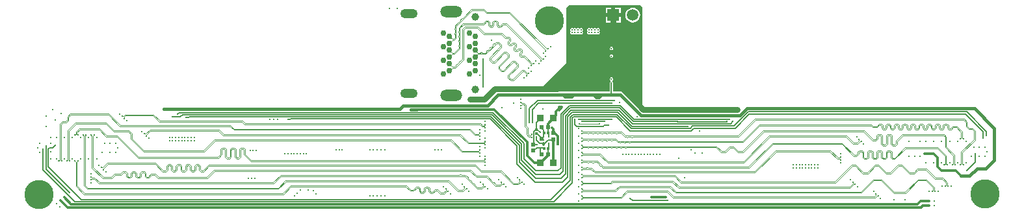
<source format=gbl>
%FSLAX44Y44*%
%MOMM*%
G71*
G01*
G75*
G04 Layer_Physical_Order=4*
G04 Layer_Color=16711680*
%ADD10R,1.8000X1.1500*%
%ADD11R,3.6000X1.2000*%
%ADD12R,0.9000X0.8000*%
G04:AMPARAMS|DCode=13|XSize=0.9mm|YSize=0.8mm|CornerRadius=0mm|HoleSize=0mm|Usage=FLASHONLY|Rotation=225.000|XOffset=0mm|YOffset=0mm|HoleType=Round|Shape=Rectangle|*
%AMROTATEDRECTD13*
4,1,4,0.0354,0.6010,0.6010,0.0354,-0.0354,-0.6010,-0.6010,-0.0354,0.0354,0.6010,0.0*
%
%ADD13ROTATEDRECTD13*%

%ADD14O,0.8500X0.2500*%
%ADD15O,0.2500X0.8500*%
%ADD16R,5.1500X5.1500*%
%ADD17R,0.6200X0.6200*%
%ADD18R,0.6200X0.6200*%
%ADD19C,0.1714*%
G04:AMPARAMS|DCode=20|XSize=0.65mm|YSize=0.55mm|CornerRadius=0mm|HoleSize=0mm|Usage=FLASHONLY|Rotation=45.000|XOffset=0mm|YOffset=0mm|HoleType=Round|Shape=Rectangle|*
%AMROTATEDRECTD20*
4,1,4,-0.0354,-0.4243,-0.4243,-0.0354,0.0354,0.4243,0.4243,0.0354,-0.0354,-0.4243,0.0*
%
%ADD20ROTATEDRECTD20*%

G04:AMPARAMS|DCode=21|XSize=0.65mm|YSize=0.55mm|CornerRadius=0mm|HoleSize=0mm|Usage=FLASHONLY|Rotation=315.000|XOffset=0mm|YOffset=0mm|HoleType=Round|Shape=Rectangle|*
%AMROTATEDRECTD21*
4,1,4,-0.4243,0.0354,-0.0354,0.4243,0.4243,-0.0354,0.0354,-0.4243,-0.4243,0.0354,0.0*
%
%ADD21ROTATEDRECTD21*%

%ADD22C,1.5000*%
%ADD23R,0.6500X0.5500*%
%ADD24R,0.4600X0.4200*%
%ADD25R,0.4500X0.6500*%
%ADD26R,0.4500X0.7000*%
%ADD27R,0.6500X0.4500*%
%ADD28R,0.7000X0.4500*%
%ADD29R,0.4500X0.4500*%
%ADD30R,0.5500X0.6500*%
%ADD31R,0.3300X0.5500*%
%ADD32R,0.5500X0.3300*%
%ADD33R,0.1800X0.4700*%
%ADD34R,0.8000X0.3500*%
%ADD35R,0.3000X1.0000*%
%ADD36R,0.6000X1.0000*%
%ADD37R,0.6500X0.7500*%
G04:AMPARAMS|DCode=38|XSize=0.42mm|YSize=0.46mm|CornerRadius=0mm|HoleSize=0mm|Usage=FLASHONLY|Rotation=135.000|XOffset=0mm|YOffset=0mm|HoleType=Round|Shape=Rectangle|*
%AMROTATEDRECTD38*
4,1,4,0.3111,0.0141,-0.0141,-0.3111,-0.3111,-0.0141,0.0141,0.3111,0.3111,0.0141,0.0*
%
%ADD38ROTATEDRECTD38*%

%ADD39R,0.4200X0.4600*%
%ADD40P,0.6364X4X270.0*%
%ADD41R,0.4500X0.4500*%
%ADD42P,0.8768X4X270.0*%
%ADD43P,0.8768X4X360.0*%
%ADD44P,0.6364X4X180.0*%
%ADD45R,1.2700X2.2000*%
%ADD46R,1.0000X0.9500*%
%ADD47R,0.8000X0.3000*%
%ADD48R,1.9000X1.1000*%
%ADD49R,0.3000X1.6000*%
%ADD50R,3.7000X2.4000*%
%ADD51R,1.1500X1.4500*%
%ADD52R,0.9000X1.0000*%
G04:AMPARAMS|DCode=53|XSize=1mm|YSize=0.9mm|CornerRadius=0mm|HoleSize=0mm|Usage=FLASHONLY|Rotation=45.000|XOffset=0mm|YOffset=0mm|HoleType=Round|Shape=Rectangle|*
%AMROTATEDRECTD53*
4,1,4,-0.0354,-0.6717,-0.6717,-0.0354,0.0354,0.6717,0.6717,0.0354,-0.0354,-0.6717,0.0*
%
%ADD53ROTATEDRECTD53*%

G04:AMPARAMS|DCode=54|XSize=2.2mm|YSize=1.27mm|CornerRadius=0mm|HoleSize=0mm|Usage=FLASHONLY|Rotation=135.000|XOffset=0mm|YOffset=0mm|HoleType=Round|Shape=Rectangle|*
%AMROTATEDRECTD54*
4,1,4,1.2268,-0.3288,0.3288,-1.2268,-1.2268,0.3288,-0.3288,1.2268,1.2268,-0.3288,0.0*
%
%ADD54ROTATEDRECTD54*%

G04:AMPARAMS|DCode=55|XSize=1mm|YSize=0.9mm|CornerRadius=0mm|HoleSize=0mm|Usage=FLASHONLY|Rotation=135.000|XOffset=0mm|YOffset=0mm|HoleType=Round|Shape=Rectangle|*
%AMROTATEDRECTD55*
4,1,4,0.6717,-0.0354,0.0354,-0.6717,-0.6717,0.0354,-0.0354,0.6717,0.6717,-0.0354,0.0*
%
%ADD55ROTATEDRECTD55*%

G04:AMPARAMS|DCode=56|XSize=0.25mm|YSize=0.8mm|CornerRadius=0mm|HoleSize=0mm|Usage=FLASHONLY|Rotation=315.000|XOffset=0mm|YOffset=0mm|HoleType=Round|Shape=Round|*
%AMOVALD56*
21,1,0.5500,0.2500,0.0000,0.0000,45.0*
1,1,0.2500,-0.1945,-0.1945*
1,1,0.2500,0.1945,0.1945*
%
%ADD56OVALD56*%

G04:AMPARAMS|DCode=57|XSize=0.25mm|YSize=0.8mm|CornerRadius=0mm|HoleSize=0mm|Usage=FLASHONLY|Rotation=225.000|XOffset=0mm|YOffset=0mm|HoleType=Round|Shape=Round|*
%AMOVALD57*
21,1,0.5500,0.2500,0.0000,0.0000,315.0*
1,1,0.2500,-0.1945,0.1945*
1,1,0.2500,0.1945,-0.1945*
%
%ADD57OVALD57*%

%ADD58P,3.4648X4X270.0*%
%ADD59R,1.0000X0.9000*%
%ADD60R,0.2500X0.7000*%
%ADD61R,1.5500X0.8500*%
%ADD62R,0.2000X0.7500*%
%ADD63R,0.9600X0.8900*%
%ADD64R,1.0500X0.6500*%
%ADD65R,1.4500X1.1500*%
%ADD66R,0.7500X0.6500*%
%ADD67C,0.5000*%
%ADD68C,0.2000*%
%ADD69C,0.1270*%
%ADD70C,0.1000*%
%ADD71C,0.3000*%
%ADD72C,0.4000*%
%ADD73C,0.0762*%
%ADD74C,1.2000*%
%ADD75C,1.0000*%
%ADD76C,0.7500*%
%ADD77C,0.2500*%
%ADD78C,0.1250*%
%ADD79C,0.1524*%
%ADD80C,0.1800*%
%ADD81C,0.1500*%
%ADD82C,0.1520*%
%ADD83C,0.1750*%
%ADD84R,1.6000X0.8000*%
%ADD85R,1.3250X1.0500*%
%ADD86R,0.7976X0.7976*%
%ADD87R,0.8000X0.3000*%
%ADD88C,3.8000*%
%ADD89O,2.2500X1.2000*%
%ADD90O,2.8500X1.4500*%
%ADD91C,0.7500*%
%ADD92C,1.0000*%
%ADD93R,1.5000X1.5000*%
%ADD94C,0.3000*%
%ADD95C,0.2500*%
%ADD96C,0.6000*%
%ADD97O,2.0400X1.0000*%
%ADD98O,2.6500X1.2000*%
%ADD99C,0.8500*%
%ADD100C,1.3000*%
%ADD101C,1.2000*%
%ADD102C,0.4500*%
%ADD103C,0.4000*%
%ADD104R,0.8900X0.9600*%
%ADD105R,0.3600X0.3200*%
%ADD106R,0.3200X0.3600*%
%ADD107R,0.5200X0.5200*%
%ADD108R,0.5200X0.5200*%
%ADD109R,0.6250X0.6000*%
G36*
X808000Y266000D02*
Y166618D01*
D01*
Y156000D01*
X808000Y138000D01*
X799000D01*
X781000Y156000D01*
X770195Y156000D01*
X769297Y156898D01*
Y166118D01*
X769632Y166618D01*
X769807Y167501D01*
X769632Y168384D01*
X769132Y169132D01*
X768912Y169279D01*
Y170723D01*
X769132Y170870D01*
X769632Y171618D01*
X769807Y172501D01*
X769632Y173384D01*
X769132Y174132D01*
X768384Y174632D01*
X767501Y174807D01*
X766618Y174632D01*
X765870Y174132D01*
X765370Y173384D01*
X765195Y172501D01*
X765370Y171618D01*
X765870Y170870D01*
X766090Y170723D01*
Y169279D01*
X765870Y169132D01*
X765370Y168384D01*
X765195Y167501D01*
X765370Y166618D01*
X765704Y166118D01*
Y156000D01*
X674000Y156000D01*
X674000Y159000D01*
X709000Y194000D01*
X709000Y266000D01*
X712000Y269000D01*
X805000Y269000D01*
X808000Y266000D01*
D02*
G37*
%LPC*%
G36*
X728000Y239306D02*
X727117Y239131D01*
X726369Y238631D01*
X725631D01*
X724883Y239131D01*
X724000Y239306D01*
X723117Y239131D01*
X722369Y238631D01*
X721631D01*
X720883Y239131D01*
X720000Y239306D01*
X719117Y239131D01*
X718369Y238631D01*
X717631D01*
X716883Y239131D01*
X716000Y239306D01*
X715117Y239131D01*
X714369Y238631D01*
X713869Y237883D01*
X713694Y237000D01*
X713869Y236117D01*
X714369Y235369D01*
Y234631D01*
X713869Y233883D01*
X713694Y233000D01*
X713869Y232117D01*
X714369Y231369D01*
X715117Y230869D01*
X716000Y230694D01*
X716883Y230869D01*
X717631Y231369D01*
X718369D01*
X719117Y230869D01*
X720000Y230694D01*
X720883Y230869D01*
X721631Y231369D01*
X722369D01*
X723117Y230869D01*
X724000Y230694D01*
X724883Y230869D01*
X725631Y231369D01*
X726369D01*
X727117Y230869D01*
X728000Y230694D01*
X728883Y230869D01*
X729631Y231369D01*
X730131Y232117D01*
X730306Y233000D01*
X730131Y233883D01*
X729631Y234631D01*
Y235369D01*
X730131Y236117D01*
X730306Y237000D01*
X730131Y237883D01*
X729631Y238631D01*
X728883Y239131D01*
X728000Y239306D01*
D02*
G37*
G36*
X750000D02*
X749117Y239131D01*
X748369Y238631D01*
X747631D01*
X746883Y239131D01*
X746000Y239306D01*
X745117Y239131D01*
X744369Y238631D01*
X743631D01*
X742883Y239131D01*
X742000Y239306D01*
X741117Y239131D01*
X740369Y238631D01*
X739631D01*
X738883Y239131D01*
X738000Y239306D01*
X737117Y239131D01*
X736369Y238631D01*
X735869Y237883D01*
X735694Y237000D01*
X735869Y236117D01*
X736369Y235369D01*
Y234631D01*
X735869Y233883D01*
X735694Y233000D01*
X735869Y232117D01*
X736369Y231369D01*
X737117Y230869D01*
X738000Y230694D01*
X738883Y230869D01*
X739631Y231369D01*
X740369D01*
X741117Y230869D01*
X742000Y230694D01*
X742883Y230869D01*
X743631Y231369D01*
X744369D01*
X745117Y230869D01*
X746000Y230694D01*
X746883Y230869D01*
X747631Y231369D01*
X748369D01*
X749117Y230869D01*
X750000Y230694D01*
X750883Y230869D01*
X751631Y231369D01*
X752131Y232117D01*
X752306Y233000D01*
X752131Y233883D01*
X751631Y234631D01*
Y235369D01*
X752131Y236117D01*
X752306Y237000D01*
X752131Y237883D01*
X751631Y238631D01*
X750883Y239131D01*
X750000Y239306D01*
D02*
G37*
G36*
X767501Y204807D02*
X766618Y204632D01*
X765870Y204132D01*
X765370Y203384D01*
X765195Y202501D01*
X765370Y201618D01*
X765870Y200870D01*
X766618Y200370D01*
X767501Y200195D01*
X768384Y200370D01*
X769132Y200870D01*
X769632Y201618D01*
X769807Y202501D01*
X769632Y203384D01*
X769132Y204132D01*
X768384Y204632D01*
X767501Y204807D01*
D02*
G37*
G36*
Y214807D02*
X766618Y214632D01*
X765870Y214132D01*
X765370Y213384D01*
X765195Y212501D01*
X765370Y211618D01*
X765870Y210870D01*
X766618Y210370D01*
X767501Y210195D01*
X768384Y210370D01*
X769132Y210870D01*
X769632Y211618D01*
X769807Y212501D01*
X769632Y213384D01*
X769132Y214132D01*
X768384Y214632D01*
X767501Y214807D01*
D02*
G37*
G36*
X767400Y265500D02*
X760400D01*
Y258500D01*
X767400D01*
Y265500D01*
D02*
G37*
G36*
X779400D02*
X772400D01*
Y258500D01*
X779400D01*
Y265500D01*
D02*
G37*
G36*
Y253500D02*
X772400D01*
Y246500D01*
X779400D01*
Y253500D01*
D02*
G37*
G36*
X795300Y265582D02*
X792820Y265256D01*
X790509Y264298D01*
X788525Y262776D01*
X787002Y260791D01*
X786045Y258480D01*
X785718Y256000D01*
X786045Y253520D01*
X787002Y251209D01*
X788525Y249225D01*
X790509Y247702D01*
X792820Y246745D01*
X795300Y246418D01*
X797780Y246745D01*
X800091Y247702D01*
X802076Y249225D01*
X803598Y251209D01*
X804556Y253520D01*
X804882Y256000D01*
X804556Y258480D01*
X803598Y260791D01*
X802076Y262776D01*
X800091Y264298D01*
X797780Y265256D01*
X795300Y265582D01*
D02*
G37*
G36*
X767400Y253500D02*
X760400D01*
Y246500D01*
X767400D01*
Y253500D01*
D02*
G37*
%LPD*%
D22*
X795300Y256000D02*
D03*
D68*
X767501Y152501D02*
Y167501D01*
X666600Y88000D02*
Y104250D01*
X675050Y121050D02*
Y122000D01*
X670100Y116100D02*
X675050Y121050D01*
X670100Y106800D02*
Y116100D01*
X670000Y92600D02*
Y96750D01*
X670950Y106800D02*
X675000Y102750D01*
X670100Y106800D02*
X670950D01*
X684600Y109500D02*
X685400Y108700D01*
Y102000D02*
Y108700D01*
X686000Y96750D02*
Y101400D01*
X685400Y102000D02*
X686000Y101400D01*
X684600Y93000D02*
X690600D01*
X680600Y89000D02*
X684600Y93000D01*
X673600Y89000D02*
X680600D01*
X686000Y82600D02*
Y88750D01*
X685400Y82000D02*
X686000Y82600D01*
X684600Y74500D02*
X685400Y75300D01*
Y82000D01*
X675000Y76100D02*
Y82750D01*
Y76100D02*
X676600Y74500D01*
X675000Y82750D02*
X679050D01*
X679800Y82000D01*
X674750Y96800D02*
Y97350D01*
X670900Y101200D02*
X674750Y97350D01*
X670100Y101200D02*
X670900D01*
X669150Y106800D02*
X670100D01*
X666600Y104250D02*
X669150Y106800D01*
X665600Y87000D02*
X666600Y88000D01*
X690600Y93000D02*
X691600Y94000D01*
X670000Y92600D02*
X673600Y89000D01*
X665600Y87000D02*
X665850Y86750D01*
X671000D01*
X670350Y82750D02*
X671000D01*
X666600Y79000D02*
X670350Y82750D01*
X665600Y79000D02*
X666600D01*
X671000Y82750D02*
X675000D01*
X676600Y108400D02*
Y109500D01*
Y108400D02*
X678976Y106024D01*
Y96800D02*
Y106024D01*
D69*
X653600Y68400D02*
Y88400D01*
X613250Y128750D02*
X653600Y88400D01*
X204350Y128750D02*
X613250D01*
X650600Y66400D02*
Y87400D01*
X612000Y126000D02*
X650600Y87400D01*
X209000Y126000D02*
X612000D01*
X647600Y64400D02*
Y86400D01*
X610750Y123250D02*
X647600Y86400D01*
X217250Y123250D02*
X610750D01*
X644600Y61400D02*
Y85400D01*
X609250Y120750D02*
X644600Y85400D01*
X349750Y120750D02*
X609250D01*
X34000Y58000D02*
X76750Y15250D01*
X34000Y58000D02*
Y81000D01*
X928500Y108500D02*
X947000Y127000D01*
X874500Y108500D02*
X928500D01*
X871000Y105000D02*
X874500Y108500D01*
X847600Y105000D02*
X871000D01*
X873250Y111250D02*
X927250D01*
X870000Y108000D02*
X873250Y111250D01*
X838600Y108000D02*
X870000D01*
X927250Y111250D02*
X946000Y130000D01*
X853703Y116897D02*
X918000D01*
X922600Y114000D02*
X925600Y117000D01*
X795000Y14000D02*
X841000D01*
X792000Y17000D02*
X795000Y14000D01*
X701600Y56600D02*
Y126600D01*
X698000Y53000D02*
X701600Y56600D01*
Y126600D02*
X713000Y138000D01*
X672600Y141000D02*
X767600D01*
X664600Y133000D02*
X672600Y141000D01*
X660600Y134000D02*
X671200Y144600D01*
X728600Y117000D02*
X758600D01*
X31000Y55000D02*
X62000Y24000D01*
X31000Y55000D02*
Y85000D01*
X27000Y54000D02*
Y81000D01*
X653600Y68400D02*
X669000Y53000D01*
X720000Y113600D02*
X722600Y111000D01*
X671200Y144600D02*
X771000D01*
X660600Y116000D02*
Y134000D01*
X27000Y54000D02*
X68250Y12750D01*
X664600Y116000D02*
Y133000D01*
X650600Y66400D02*
X669000Y48000D01*
X647600Y64400D02*
X669000Y43000D01*
X644600Y61400D02*
X668000Y38000D01*
X669000Y53000D02*
X698000D01*
X669000Y48000D02*
X700000D01*
X704600Y52600D01*
X669000Y43000D02*
X702000D01*
X707600Y48600D01*
X668000Y38000D02*
X704000D01*
X710600Y44600D01*
X68250Y12750D02*
X692750D01*
X716600Y36600D01*
X767600Y120000D02*
X767600Y120000D01*
X725000Y120000D02*
X767600D01*
X720000Y113600D02*
Y120000D01*
X704600Y52600D02*
Y125600D01*
X714000Y135000D01*
X707600Y48600D02*
Y124600D01*
X715000Y132000D01*
X764600D01*
X710600Y44600D02*
Y123600D01*
X716000Y129000D01*
X713600Y40600D02*
Y122600D01*
X717000Y126000D01*
X716600Y36600D02*
Y121600D01*
X718000Y123000D01*
X853600Y117000D02*
X853703Y116897D01*
X206000Y123000D02*
X209000Y126000D01*
X195850Y123000D02*
X206000D01*
X202350Y126750D02*
X204350Y128750D01*
X213600Y122500D02*
X216500D01*
X217250Y123250D01*
X346000Y120000D02*
X349000D01*
X349750Y120750D01*
X688250Y15250D02*
X713600Y40600D01*
X76750Y15250D02*
X688250D01*
X40000Y83000D02*
X43000Y86000D01*
X34000Y81000D02*
X36000Y83000D01*
X40000D01*
X1241000Y64000D02*
Y75000D01*
X1230000Y53000D02*
X1241000Y64000D01*
X600000Y162000D02*
X600000Y162000D01*
X713000Y138000D02*
X779000D01*
X797000Y120000D01*
X921600D01*
X714000Y135000D02*
X778000D01*
X796000Y117000D01*
X853600D01*
X764600Y132000D02*
X777000D01*
X795000Y114000D01*
X922600D01*
X716000Y129000D02*
X776000D01*
X794000Y111000D01*
X866600D01*
X717000Y126000D02*
X775000D01*
X793000Y108000D01*
X838600D01*
X718000Y123000D02*
X774000D01*
X792000Y105000D01*
X847600D01*
X722600Y111000D02*
X757000D01*
X758000Y112000D01*
X764000D01*
X947000Y127000D02*
X1228250D01*
X1251000Y104250D01*
Y95000D02*
Y104250D01*
X946000Y130000D02*
X1230000D01*
X1256000Y104000D01*
Y98750D02*
Y104000D01*
D71*
X657600Y72400D02*
Y90400D01*
X615000Y133000D02*
X657600Y90400D01*
X506000Y133000D02*
X615000D01*
X699000Y132000D02*
X703000Y136000D01*
X695250Y130250D02*
X699000Y134000D01*
Y136000D01*
Y132000D02*
Y134000D01*
X695250Y125100D02*
Y130250D01*
X692150Y122000D02*
X695250Y125100D01*
X699000Y132000D02*
Y132000D01*
Y136000D02*
X703000D01*
X704200Y152000D02*
X707200Y149000D01*
X711600D02*
X716000D01*
X707200D02*
X711600D01*
X716000D02*
X719000Y152000D01*
X481200Y133650D02*
X482600Y132250D01*
X55000Y18000D02*
X63750Y9250D01*
X53000Y11000D02*
X59000Y5000D01*
X50000Y14000D02*
X53000Y11000D01*
X1166250Y9250D02*
X1170000Y13000D01*
X667000Y63000D02*
X673050D01*
X657600Y72400D02*
X667000Y63000D01*
X1171000Y5000D02*
X1173000Y7000D01*
X490600Y132250D02*
X492000Y133650D01*
X482600Y132250D02*
X486600D01*
X486600Y132250D02*
X486600Y132250D01*
X490600D01*
X1170000Y13000D02*
X1177000D01*
X1177000Y7000D02*
X1181000D01*
X1173000D02*
X1177000D01*
X1177000Y13000D02*
X1181000D01*
X684600Y114450D02*
X692150Y122000D01*
X690000Y108750D02*
X691600Y107150D01*
X697400Y88000D02*
Y97700D01*
X693100Y102000D02*
X697400Y97700D01*
X691600Y102000D02*
X693100D01*
X691600D02*
Y107150D01*
X684600Y109500D02*
Y114450D01*
X691800Y63350D02*
X692150Y63000D01*
X691800Y63350D02*
Y88000D01*
Y93800D01*
X691600Y94000D02*
X691800Y93800D01*
X673050Y63000D02*
X675050D01*
X684600Y72550D02*
Y74500D01*
X675050Y63000D02*
X684600Y72550D01*
X679000Y88400D02*
X679100Y88500D01*
X679000Y86750D02*
Y88400D01*
X672050Y64000D02*
X673050Y63000D01*
X510600Y132000D02*
X514600D01*
X506600D02*
X510600D01*
X868600Y124000D02*
X872600D01*
X864600D02*
X868600D01*
X748000Y148000D02*
X752000D01*
X744000Y152000D02*
X748000Y148000D01*
X752000D02*
X756000Y152000D01*
X748000Y148000D02*
X752000Y152000D01*
X1175600Y75000D02*
X1179600D01*
X1183600D01*
X59000Y5000D02*
X1171000D01*
X506000Y132600D02*
Y133000D01*
Y132600D02*
X506600Y132000D01*
X514600D02*
X515000D01*
X516000Y133000D01*
X820000Y18000D02*
X824000D01*
X834000D01*
X838000D01*
X63750Y9250D02*
X1166250D01*
X1192250Y57750D02*
X1197000Y53000D01*
X1183600Y75000D02*
X1187000D01*
X1192250Y69750D01*
Y57750D02*
Y69750D01*
X1197000Y53000D02*
X1216000D01*
X1223000Y46000D01*
D72*
X944000Y134000D02*
X1240000D01*
X934750Y124750D02*
X944000Y134000D01*
X825750Y124750D02*
X934750D01*
X756000Y152000D02*
X779000D01*
X620000D02*
X704200D01*
X606000Y138000D02*
X620000Y152000D01*
X496350Y138000D02*
X606000D01*
X704200Y152000D02*
X719000D01*
X744000D01*
X481200Y133650D02*
X492000D01*
X185000D02*
X481200D01*
X492000D02*
X496350Y138000D01*
X744000Y152000D02*
X752000D01*
X756000D01*
X779000D02*
X806250Y124750D01*
X825750D01*
X1243750Y55750D02*
X1254750D01*
X1266000Y67000D01*
X1223000Y46000D02*
X1234000D01*
X1243750Y55750D01*
X1266000Y67000D02*
Y108000D01*
X1240000Y134000D02*
X1266000Y108000D01*
D73*
X599798Y206662D02*
G03*
X596750Y206662I-1524J-1148D01*
G01*
X606655Y209905D02*
G03*
X604500Y207750I-266J-1889D01*
G01*
X610966Y214216D02*
G03*
X608811Y212061I-266J-1889D01*
G01*
X615276Y218526D02*
G03*
X613121Y216371I-266J-1889D01*
G01*
X619595Y209095D02*
G03*
X621750Y211250I266J1889D01*
G01*
X327845Y36000D02*
X337321Y45476D01*
X99845Y36000D02*
X327845D01*
X337321Y45476D02*
X576369D01*
X327214Y37524D02*
X336689Y47000D01*
X100476Y37524D02*
X327214D01*
X179155Y118000D02*
X286655D01*
X178524Y116476D02*
X286024D01*
X110155Y99000D02*
X124000D01*
X101155Y108000D02*
X110155Y99000D01*
X124000D02*
X152000Y71000D01*
X109524Y97476D02*
X123369D01*
X151369Y69476D01*
X100524Y106476D02*
X109524Y97476D01*
X297712Y65238D02*
X601762D01*
X242617Y60524D02*
X590476D01*
X787369Y26524D02*
X840631D01*
X779607Y18762D02*
X787369Y26524D01*
X729838Y18762D02*
X779607D01*
X788000Y25000D02*
X840000D01*
X780238Y17238D02*
X788000Y25000D01*
X729838Y17238D02*
X780238D01*
X766107Y37263D02*
X768291Y39446D01*
X729838Y37263D02*
X766107D01*
X768923Y37922D02*
X847077D01*
X766739Y35739D02*
X768923Y37922D01*
X729838Y35739D02*
X766739D01*
X581393Y89762D02*
X601762D01*
X570631Y100524D02*
X581393Y89762D01*
X262476Y100524D02*
X570631D01*
X580762Y88238D02*
X601762D01*
X570000Y99000D02*
X580762Y88238D01*
X261845Y99000D02*
X570000D01*
X599393Y111762D02*
X601762D01*
X596631Y114524D02*
X599393Y111762D01*
X598762Y110238D02*
X601762D01*
X596000Y113000D02*
X598762Y110238D01*
X289500Y113000D02*
X596000D01*
X572607Y77238D02*
X594762D01*
X557845Y92000D02*
X572607Y77238D01*
X573238Y78762D02*
X594762D01*
X558476Y93524D02*
X573238Y78762D01*
X271381Y112524D02*
X276381Y107524D01*
X290131Y114524D02*
X596631D01*
X286655Y118000D02*
X290131Y114524D01*
X286024Y116476D02*
X289500Y113000D01*
X682000Y209000D02*
Y210922D01*
X683078Y212000D02*
X685000D01*
X738000Y56262D02*
X741893D01*
X729838D02*
X733000D01*
X737572D02*
X738000D01*
X736810Y57024D02*
X737572Y56262D01*
X735286Y57024D02*
X736810D01*
X734524Y56262D02*
X735286Y57024D01*
X733000Y56262D02*
X734524D01*
X728600Y63000D02*
X729838Y64238D01*
X1064762Y69762D02*
X1066000Y71000D01*
X1052476Y79524D02*
X1062238Y69762D01*
X981369Y79524D02*
X1052476D01*
X953845Y52000D02*
X981369Y79524D01*
X1051845Y78000D02*
X1061607Y68238D01*
X982000Y78000D02*
X1051845D01*
X954476Y50476D02*
X982000Y78000D01*
X940231Y63476D02*
X973755Y97000D01*
X939600Y65000D02*
X973124Y98524D01*
X1061607Y68238D02*
X1064762D01*
X1062238Y69762D02*
X1064762D01*
X729838Y46762D02*
X850393D01*
X1078078Y30000D02*
X1083078Y35000D01*
X1085000D01*
X1077446Y31524D02*
X1082000Y36078D01*
Y38000D01*
X728600Y44001D02*
X729838Y45238D01*
X728600Y48000D02*
X729838Y46762D01*
X746155Y52000D02*
X953845D01*
X745524Y50476D02*
X954476D01*
X796000Y97000D02*
X933000D01*
X795513D02*
X796000D01*
X794751Y96238D02*
X795513Y97000D01*
X793227Y96238D02*
X794751D01*
X792465Y97000D02*
X793227Y96238D01*
X789417Y97000D02*
X792465D01*
X788655Y96238D02*
X789417Y97000D01*
X787131Y96238D02*
X788655D01*
X786369Y97000D02*
X787131Y96238D01*
X784845Y97000D02*
X786369D01*
X779607Y102238D02*
X784845Y97000D01*
X729838Y102238D02*
X731000D01*
X778244D02*
X779607D01*
X775196D02*
X778244D01*
X774434Y101476D02*
X775196Y102238D01*
X772910Y101476D02*
X774434D01*
X772148Y102238D02*
X772910Y101476D01*
X769100Y102238D02*
X772148D01*
X768338Y101476D02*
X769100Y102238D01*
X766814Y101476D02*
X768338D01*
X766052Y102238D02*
X766814Y101476D01*
X763004Y102238D02*
X766052D01*
X762242Y101476D02*
X763004Y102238D01*
X760718Y101476D02*
X762242D01*
X759956Y102238D02*
X760718Y101476D01*
X756908Y102238D02*
X759956D01*
X756146Y101476D02*
X756908Y102238D01*
X754622Y101476D02*
X756146D01*
X753860Y102238D02*
X754622Y101476D01*
X750812Y102238D02*
X753860D01*
X750050Y101476D02*
X750812Y102238D01*
X748526Y101476D02*
X750050D01*
X747764Y102238D02*
X748526Y101476D01*
X744716Y102238D02*
X747764D01*
X743954Y101476D02*
X744716Y102238D01*
X742430Y101476D02*
X743954D01*
X741668Y102238D02*
X742430Y101476D01*
X738620Y102238D02*
X741668D01*
X737858Y101476D02*
X738620Y102238D01*
X736334Y101476D02*
X737858D01*
X735572Y102238D02*
X736334Y101476D01*
X732524Y102238D02*
X735572D01*
X731000D02*
X732524D01*
X785476Y98524D02*
X932369D01*
X780238Y103762D02*
X785476Y98524D01*
X729838Y103762D02*
X780238D01*
X729838Y92738D02*
X731000D01*
X772148D02*
X772707D01*
X769100D02*
X772148D01*
X768338Y91976D02*
X769100Y92738D01*
X766814Y91976D02*
X768338D01*
X766052Y92738D02*
X766814Y91976D01*
X763004Y92738D02*
X766052D01*
X762242Y91976D02*
X763004Y92738D01*
X760718Y91976D02*
X762242D01*
X759956Y92738D02*
X760718Y91976D01*
X756908Y92738D02*
X759956D01*
X756146Y91976D02*
X756908Y92738D01*
X754622Y91976D02*
X756146D01*
X753860Y92738D02*
X754622Y91976D01*
X750812Y92738D02*
X753860D01*
X750050Y91976D02*
X750812Y92738D01*
X748526Y91976D02*
X750050D01*
X747764Y92738D02*
X748526Y91976D01*
X744716Y92738D02*
X747764D01*
X743954Y91976D02*
X744716Y92738D01*
X742430Y91976D02*
X743954D01*
X741668Y92738D02*
X742430Y91976D01*
X738620Y92738D02*
X741668D01*
X737858Y91976D02*
X738620Y92738D01*
X736334Y91976D02*
X737858D01*
X735572Y92738D02*
X736334Y91976D01*
X732524Y92738D02*
X735572D01*
X731000D02*
X732524D01*
X763155Y65000D02*
X939600D01*
X752893Y75262D02*
X763155Y65000D01*
X729838Y75262D02*
X752893D01*
X762524Y63476D02*
X940231D01*
X752262Y73738D02*
X762524Y63476D01*
X729838Y73738D02*
X752262D01*
X741893Y56262D02*
X746155Y52000D01*
X741262Y54738D02*
X745524Y50476D01*
X729838Y54738D02*
X741262D01*
X1110631Y17554D02*
X1113078Y20000D01*
X1110000Y19078D02*
X1112000Y21078D01*
X1064762Y68238D02*
X1066000Y67000D01*
X728600Y53500D02*
X729838Y54738D01*
X933000Y97000D02*
X955000Y119000D01*
X662262Y99012D02*
X663500Y100250D01*
X657076Y100381D02*
Y108524D01*
Y100381D02*
X659969Y97488D01*
X336689Y47000D02*
X569380D01*
X601078Y32000D02*
X603000D01*
X598592Y29515D02*
X601078Y32000D01*
X592330Y29515D02*
X598592D01*
X576369Y45476D02*
X592330Y29515D01*
X600000Y33078D02*
Y35000D01*
X597961Y31039D02*
X600000Y33078D01*
X592961Y31039D02*
X597961D01*
X591884Y32116D02*
X592961Y31039D01*
X589728Y34272D02*
X591884Y32116D01*
X589728Y34272D02*
Y35234D01*
X588536Y36427D02*
X589728Y35234D01*
X587573Y36427D02*
X588536D01*
X585418Y38582D02*
X587573Y36427D01*
X585418Y38582D02*
Y39545D01*
X584225Y40738D02*
X585418Y39545D01*
X583262Y40738D02*
X584225D01*
X581107Y42893D02*
X583262Y40738D01*
X581107Y42893D02*
Y43856D01*
X579915Y45048D02*
X581107Y43856D01*
X578952Y45048D02*
X579915D01*
X577000Y47000D02*
X578952Y45048D01*
X575476Y47000D02*
X577000D01*
X572428D02*
X575476D01*
X571747Y47681D02*
X572428Y47000D01*
X570061Y47681D02*
X571747D01*
X569380Y47000D02*
X570061Y47681D01*
X601762Y111762D02*
X603000Y113000D01*
X601762Y110238D02*
X603000Y109000D01*
X255845Y105000D02*
X261845Y99000D01*
X256476Y106524D02*
X262476Y100524D01*
X594762Y99238D02*
X596000Y98000D01*
X594762Y100762D02*
X596000Y102000D01*
X594762Y77238D02*
X596000Y76000D01*
X594762Y78762D02*
X596000Y80000D01*
X601762Y88238D02*
X603000Y87000D01*
X601762Y89762D02*
X603000Y91000D01*
X601762Y65238D02*
X603000Y64000D01*
X601762Y66762D02*
X603000Y68000D01*
X576000Y30078D02*
Y32000D01*
X577078Y29000D02*
X579000D01*
X89501Y45000D02*
X90738Y43762D01*
X89501Y41000D02*
X90738Y42238D01*
X728600Y91500D02*
X729838Y92738D01*
X728600Y95500D02*
X729838Y94262D01*
X728600Y86000D02*
X729838Y84762D01*
X728600Y101000D02*
X729838Y102238D01*
X728600Y105000D02*
X729838Y103762D01*
X728600Y82000D02*
X729838Y83238D01*
X728600Y72500D02*
X729838Y73738D01*
X728600Y76500D02*
X729838Y75262D01*
X728600Y67000D02*
X729838Y65762D01*
X728600Y57501D02*
X729838Y56262D01*
X728600Y34501D02*
X729838Y35739D01*
X728600Y38501D02*
X729838Y37263D01*
X728600Y25000D02*
X729838Y26238D01*
X728600Y29000D02*
X729838Y27762D01*
X728600Y16000D02*
X729838Y17238D01*
X728600Y20000D02*
X729838Y18762D01*
X662262Y97488D02*
X663500Y96250D01*
X653993Y140762D02*
X656124Y138631D01*
Y111631D02*
Y138631D01*
Y111631D02*
X658600Y109155D01*
X653362Y139238D02*
X654600Y138000D01*
Y111000D02*
Y138000D01*
Y111000D02*
X657076Y108524D01*
X658600Y101012D02*
Y109155D01*
Y101012D02*
X660600Y99012D01*
X659969Y97488D02*
X662262D01*
X660600Y99012D02*
X662262D01*
X650838Y139238D02*
X653362D01*
X649600Y138000D02*
X650838Y139238D01*
Y140762D02*
X653993D01*
X649600Y142000D02*
X650838Y140762D01*
X1224512Y61738D02*
X1225750Y60500D01*
X1221750D02*
X1222988Y61738D01*
X1224512Y95738D02*
X1225750Y94500D01*
X1214012Y61738D02*
X1215250Y60500D01*
X1211250D02*
X1212488Y61738D01*
X729838Y45238D02*
X849761D01*
X858000Y37000D01*
X850393Y46762D02*
X858631Y38524D01*
X847077Y37922D02*
X855000Y30000D01*
X768291Y39446D02*
X847709D01*
X855631Y31524D01*
X840000Y25000D02*
X847446Y17554D01*
X1110631D01*
X840631Y26524D02*
X848077Y19078D01*
X1110000D01*
X82013Y95369D02*
Y98262D01*
X80489Y96000D02*
Y98262D01*
X80476Y95987D02*
X80489Y96000D01*
X82000Y95356D02*
X82013Y95369D01*
X92513Y98262D02*
X93751Y99500D01*
X90738Y43762D02*
X94238D01*
X90738Y42238D02*
X93607D01*
X80476Y33369D02*
X84845Y29000D01*
X334000D02*
X343476Y38476D01*
X82000Y34000D02*
X85476Y30524D01*
X333369D02*
X342845Y40000D01*
X94238Y43762D02*
X100476Y37524D01*
X93607Y42238D02*
X99845Y36000D01*
X71512Y64262D02*
X72750Y65500D01*
X68750D02*
X69988Y64262D01*
X50512Y66738D02*
X51750Y65500D01*
X47750D02*
X48988Y66738D01*
X61012D02*
X62250Y65500D01*
X58250D02*
X59488Y66738D01*
X71513Y100738D02*
X72751Y99500D01*
X68751D02*
X69989Y100738D01*
X270750Y111000D02*
X275750Y106000D01*
X166446Y106524D02*
X256476D01*
X167078Y105000D02*
X255845D01*
X159000Y101000D02*
X160922D01*
X162000Y98000D02*
Y99922D01*
X130000Y124000D02*
X131922D01*
X133000Y121000D02*
Y122922D01*
X69369Y115524D02*
X109631D01*
X82013Y98262D02*
X83251Y99500D01*
X79251D02*
X80489Y98262D01*
X89751Y99500D02*
X90989Y98262D01*
X552000Y27078D02*
Y29000D01*
X553078Y26000D02*
X555000D01*
X69988Y32856D02*
Y64262D01*
X71512Y33488D02*
Y64262D01*
X69988Y32856D02*
X80845Y22000D01*
X71512Y33488D02*
X81476Y23524D01*
X80845Y22000D02*
X340000D01*
X81476Y23524D02*
X339369D01*
X340000Y22000D02*
X350000Y32000D01*
X339369Y23524D02*
X349369Y33524D01*
X509815Y26476D02*
X513885Y30546D01*
X515692D01*
X517075Y29163D01*
Y25729D02*
Y29163D01*
Y25729D02*
X519350Y23454D01*
X522419D01*
X524695Y25729D01*
Y29163D01*
X526077Y30546D01*
X527884D01*
X529267Y29163D01*
Y25729D02*
Y29163D01*
Y25729D02*
X531542Y23454D01*
X534611D01*
X538157Y27000D01*
X540000D01*
X513254Y32070D02*
X516323D01*
X518599Y29795D01*
Y26361D02*
Y29795D01*
Y26361D02*
X519981Y24978D01*
X521788D01*
X523171Y26361D01*
Y29795D01*
X525446Y32070D01*
X528515D01*
X530791Y29795D01*
Y26361D02*
Y29795D01*
Y26361D02*
X532173Y24978D01*
X533980D01*
X537526Y28524D01*
X540631D01*
X540000Y27000D02*
X544524Y22476D01*
X540631Y28524D02*
X545155Y24000D01*
X544524Y22476D02*
X549554D01*
X545155Y24000D02*
X548922D01*
X549554Y22476D02*
X553078Y26000D01*
X548922Y24000D02*
X552000Y27078D01*
X80476Y33369D02*
Y95987D01*
X82000Y34000D02*
Y95356D01*
X84845Y29000D02*
X334000D01*
X85476Y30524D02*
X333369D01*
X613078Y37922D02*
X614155D01*
X615233Y36845D01*
Y35767D02*
Y36845D01*
Y35767D02*
X616961Y34039D01*
X621961D01*
X624000Y36078D01*
Y38000D01*
X604369Y44476D02*
X616330Y32515D01*
X622593D01*
X625078Y35000D01*
X627000D01*
X90989Y56856D02*
Y98262D01*
X92513Y57487D02*
Y98262D01*
X90989Y56856D02*
X104845Y43000D01*
X92513Y57487D02*
X105476Y44524D01*
X128629Y46922D02*
X132192Y50486D01*
X134000D01*
X135382Y49104D01*
Y45634D02*
Y49104D01*
Y45634D02*
X137657Y43359D01*
X140727D01*
X143002Y45634D01*
Y49104D01*
X144384Y50486D01*
X146192D01*
X147574Y49104D01*
Y45634D02*
Y49104D01*
Y45634D02*
X149849Y43359D01*
X152919D01*
X155194Y45634D01*
Y49104D01*
X156576Y50486D01*
X158384D01*
X159766Y49104D01*
Y45634D02*
Y49104D01*
Y45634D02*
X162041Y43359D01*
X165111D01*
X168674Y46922D01*
X127998Y48446D02*
X131561Y52010D01*
X134631D01*
X136906Y49735D01*
Y46265D02*
Y49735D01*
Y46265D02*
X138288Y44883D01*
X140096D01*
X141478Y46265D01*
Y49735D01*
X143753Y52010D01*
X146823D01*
X149098Y49735D01*
Y46265D02*
Y49735D01*
Y46265D02*
X150480Y44883D01*
X152288D01*
X153670Y46265D01*
Y49735D01*
X155945Y52010D01*
X159015D01*
X161290Y49735D01*
Y46265D02*
Y49735D01*
Y46265D02*
X162672Y44883D01*
X164480D01*
X168043Y48446D01*
X591524Y44476D02*
X604369D01*
X592155Y46000D02*
X605000D01*
X613078Y37922D01*
X103000Y57000D02*
X104922D01*
X648000Y39078D02*
Y41000D01*
X106000Y54000D02*
Y55922D01*
X649078Y38000D02*
X651000D01*
X106000Y55922D02*
X111554Y61476D01*
X104922Y57000D02*
X110922Y63000D01*
X187212Y51732D02*
X189487Y54007D01*
Y58337D01*
X190870Y59720D01*
X192677D01*
X194059Y58337D01*
Y54007D02*
Y58337D01*
Y54007D02*
X196335Y51732D01*
X199404D01*
X201679Y54007D01*
Y58337D01*
X203062Y59720D01*
X204869D01*
X206251Y58337D01*
Y54007D02*
Y58337D01*
Y54007D02*
X208527Y51732D01*
X211596D01*
X213871Y54007D01*
Y58337D01*
X215254Y59720D01*
X217061D01*
X218443Y58337D01*
Y54007D02*
Y58337D01*
Y54007D02*
X220719Y51732D01*
X223788D01*
X226063Y54007D01*
Y58337D01*
X227446Y59720D01*
X229253D01*
X230635Y58337D01*
Y54007D02*
Y58337D01*
Y54007D02*
X232911Y51732D01*
X235980D01*
X183744Y53256D02*
X186581D01*
X187963Y54638D01*
Y58969D01*
X190239Y61244D01*
X193308D01*
X195583Y58969D01*
Y54638D02*
Y58969D01*
Y54638D02*
X196966Y53256D01*
X198773D01*
X200155Y54638D01*
Y58969D01*
X202431Y61244D01*
X205500D01*
X207775Y58969D01*
Y54638D02*
Y58969D01*
Y54638D02*
X209158Y53256D01*
X210965D01*
X212347Y54638D01*
Y58969D01*
X214623Y61244D01*
X217692D01*
X219967Y58969D01*
Y54638D02*
Y58969D01*
Y54638D02*
X221350Y53256D01*
X223157D01*
X224539Y54638D01*
Y58969D01*
X226815Y61244D01*
X229884D01*
X232159Y58969D01*
Y54638D02*
Y58969D01*
Y54638D02*
X233542Y53256D01*
X235349D01*
X589845Y59000D02*
X597369Y51476D01*
X590476Y60524D02*
X598000Y53000D01*
X646054Y34976D02*
X649078Y38000D01*
X183113Y51732D02*
X187212D01*
X168043Y48446D02*
X173554D01*
X177476Y44524D01*
X168674Y46922D02*
X172922D01*
X176845Y43000D01*
X162000Y99922D02*
X167078Y105000D01*
X160922Y101000D02*
X166446Y106524D01*
X109000Y114000D02*
X119000Y104000D01*
X109631Y115524D02*
X119631Y105524D01*
X71513Y100738D02*
Y103000D01*
X69989Y100738D02*
Y103631D01*
X71513Y103000D02*
X74989Y106476D01*
X69989Y103631D02*
X74357Y108000D01*
X74989Y106476D02*
X100524D01*
X74357Y108000D02*
X101155D01*
X255486Y69476D02*
X260002Y73992D01*
Y80103D01*
X264574Y70771D02*
Y80103D01*
X288958Y73992D02*
Y80103D01*
Y73992D02*
X297712Y65238D01*
X258478Y74623D02*
Y80734D01*
X290482Y74623D02*
Y80734D01*
Y74623D02*
X298343Y66762D01*
X104845Y43000D02*
X117000D01*
X120922Y46922D02*
X128629D01*
X117000Y43000D02*
X120922Y46922D01*
X120291Y48446D02*
X127998D01*
X105476Y44524D02*
X116369D01*
X120291Y48446D01*
X111554Y61476D02*
X173369D01*
X183113Y51732D01*
X174000Y63000D02*
X183744Y53256D01*
X110922Y63000D02*
X174000D01*
X152000Y71000D02*
X254855D01*
X59488Y66738D02*
Y105644D01*
X69369Y115524D01*
X70000Y114000D02*
X109000D01*
X61012Y66738D02*
Y105012D01*
X70000Y114000D01*
X141726Y94274D02*
X158000Y78000D01*
X143250Y94905D02*
X158631Y79524D01*
X236524D01*
X250524Y93524D01*
X558476D01*
X158000Y78000D02*
X237155D01*
X251155Y92000D01*
X557845D01*
X127000Y111000D02*
X270750D01*
X127631Y112524D02*
X271381D01*
X276381Y107524D02*
X583476D01*
X590238Y100762D01*
X594762D01*
X275750Y106000D02*
X582845D01*
X589607Y99238D01*
X594762D01*
X50512Y66738D02*
Y113512D01*
X48988Y66738D02*
Y114143D01*
X112881Y127274D02*
X127631Y112524D01*
X62869Y127274D02*
X112881D01*
X112250Y125750D02*
X127000Y111000D01*
X1203512Y61738D02*
X1204750Y60500D01*
X1200750D02*
X1201988Y61738D01*
X932369Y98524D02*
X954369Y120524D01*
X1224512Y61738D02*
Y76644D01*
X1222988Y61738D02*
Y77275D01*
X1221750Y94500D02*
X1222988Y95738D01*
X1090000Y92078D02*
Y94000D01*
X1091078Y91000D02*
X1093000D01*
X1087446Y89524D02*
X1090000Y92078D01*
X1088078Y88000D02*
X1091078Y91000D01*
X973755Y97000D02*
X1073000D01*
X973124Y98524D02*
X1073631D01*
X1082631Y89524D01*
X1087446D01*
X1082000Y88000D02*
X1088078D01*
X1073000Y97000D02*
X1082000Y88000D01*
X855631Y31524D02*
X1077446D01*
X855000Y30000D02*
X1078078D01*
X1113078Y20000D02*
X1115000D01*
X1112000Y21078D02*
Y23000D01*
X1187762Y27238D02*
X1189000Y26000D01*
X1185000D02*
X1186238Y27238D01*
X1204762Y34238D02*
X1206000Y33000D01*
X1202000D02*
X1203238Y34238D01*
Y36762D01*
X1204762Y34238D02*
Y37393D01*
X1198631Y43524D02*
X1204762Y37393D01*
X1198000Y42000D02*
X1203238Y36762D01*
X729838Y27762D02*
X772607D01*
X729838Y26238D02*
X773238D01*
X772607Y27762D02*
X777845Y33000D01*
X773238Y26238D02*
X778476Y31476D01*
X777845Y33000D02*
X844155D01*
X778476Y31476D02*
X843524D01*
X844155Y33000D02*
X851631Y25524D01*
X843524Y31476D02*
X851000Y24000D01*
X851631Y25524D02*
X1092524D01*
X851000Y24000D02*
X1093155D01*
X1187762Y27238D02*
Y31393D01*
X1186238Y27238D02*
Y30762D01*
X1189631Y43524D02*
X1198631D01*
X1189000Y42000D02*
X1198000D01*
X1177631Y41524D02*
X1187762Y31393D01*
X1177000Y40000D02*
X1186238Y30762D01*
X1093155Y24000D02*
X1109155Y40000D01*
X1092524Y25524D02*
X1108524Y41524D01*
X858000Y37000D02*
X1059000D01*
X858631Y38524D02*
X1058369D01*
X1177078Y53922D02*
X1189000Y42000D01*
X1166291Y55446D02*
X1177709D01*
X1189631Y43524D01*
X1059000Y37000D02*
X1081000Y59000D01*
X1058369Y38524D02*
X1080369Y60524D01*
X1085726D01*
X1095726Y50524D01*
X1081000Y59000D02*
X1085095D01*
X1095095Y49000D01*
X1101250D01*
X1111250Y59000D01*
X1095726Y50524D02*
X1100619D01*
X1110619Y60524D01*
X1115476D01*
X1125476Y50524D01*
X1111250Y59000D02*
X1114845D01*
X1124845Y49000D01*
X1131250D01*
X1141250Y59000D01*
X1125476Y50524D02*
X1130619D01*
X1140619Y60524D01*
X1145976D01*
X1155976Y50524D01*
X1141250Y59000D02*
X1145345D01*
X1155345Y49000D01*
X1108524Y41524D02*
X1119226D01*
X1135750Y25000D01*
X1109155Y40000D02*
X1118595D01*
X1135119Y23476D01*
X1135750Y25000D02*
X1150000D01*
X1166524Y41524D01*
X1177631D01*
X1135119Y23476D02*
X1150631D01*
X1167155Y40000D01*
X1177000D01*
X1155345Y49000D02*
X1162000D01*
X1166922Y53922D01*
X1177078D01*
X1155976Y50524D02*
X1161369D01*
X1166291Y55446D01*
X1224512Y76644D02*
X1241000Y93132D01*
Y105000D01*
X1222988Y77275D02*
X1239476Y93763D01*
Y104369D01*
X1229000Y110845D02*
Y116000D01*
X1226000Y119000D02*
X1229000Y116000D01*
X1226631Y120524D02*
X1230524Y116631D01*
Y111476D02*
Y116631D01*
X1229000Y110845D02*
X1232845Y107000D01*
X1236845D01*
X1239476Y104369D01*
X1230524Y111476D02*
X1233476Y108524D01*
X1237476D01*
X1241000Y105000D01*
X729838Y65762D02*
X749393D01*
X757155Y58000D01*
X729838Y64238D02*
X731000D01*
X732524D01*
X735572D01*
X736334Y63476D01*
X737858D01*
X738620Y64238D01*
X741668D01*
X742430Y63476D01*
X743954D01*
X744716Y64238D01*
X747000D01*
X748762D01*
X749839Y63161D01*
X751994Y61006D01*
Y59928D02*
Y61006D01*
Y59928D02*
X753072Y58850D01*
X754150D01*
X756524Y56476D01*
X946631D01*
X757155Y58000D02*
X946000D01*
X946631Y56476D02*
X977631Y87476D01*
X946000Y58000D02*
X977000Y89000D01*
X977631Y87476D02*
X1067369D01*
X977000Y89000D02*
X1068000D01*
X1132928Y67999D02*
X1136608D01*
X1130958Y69969D02*
X1132928Y67999D01*
X1130958Y69969D02*
Y76924D01*
X1129880Y78001D02*
X1130958Y76924D01*
X1127464Y78001D02*
X1129880D01*
X1126386Y76924D02*
X1127464Y78001D01*
X1126386Y69969D02*
Y76924D01*
X1124416Y67999D02*
X1126386Y69969D01*
X1120736Y67999D02*
X1124416D01*
X1118766Y69969D02*
X1120736Y67999D01*
X1118766Y69969D02*
Y76924D01*
X1117688Y78001D02*
X1118766Y76924D01*
X1115272Y78001D02*
X1117688D01*
X1114194Y76924D02*
X1115272Y78001D01*
X1114194Y69969D02*
Y76924D01*
X1112224Y67999D02*
X1114194Y69969D01*
X1108544Y67999D02*
X1112224D01*
X1106574Y69969D02*
X1108544Y67999D01*
X1106574Y69969D02*
Y76924D01*
X1105496Y78001D02*
X1106574Y76924D01*
X1103080Y78001D02*
X1105496D01*
X1102002Y76924D02*
X1103080Y78001D01*
X1102002Y69969D02*
Y76924D01*
X1100032Y67999D02*
X1102002Y69969D01*
X1096352Y67999D02*
X1100032D01*
X1094382Y69969D02*
X1096352Y67999D01*
X1094382Y69969D02*
Y76924D01*
X1093304Y78001D02*
X1094382Y76924D01*
X1090888Y78001D02*
X1093304D01*
X1089810Y76924D02*
X1090888Y78001D01*
X1133560Y69523D02*
X1135976D01*
X1132482Y70600D02*
X1133560Y69523D01*
X1132482Y70600D02*
Y77555D01*
X1130512Y79525D02*
X1132482Y77555D01*
X1126832Y79525D02*
X1130512D01*
X1124862Y77555D02*
X1126832Y79525D01*
X1124862Y70600D02*
Y77555D01*
X1123784Y69523D02*
X1124862Y70600D01*
X1121368Y69523D02*
X1123784D01*
X1120290Y70600D02*
X1121368Y69523D01*
X1120290Y70600D02*
Y77555D01*
X1118320Y79525D02*
X1120290Y77555D01*
X1114640Y79525D02*
X1118320D01*
X1112670Y77555D02*
X1114640Y79525D01*
X1112670Y70600D02*
Y77555D01*
X1111592Y69523D02*
X1112670Y70600D01*
X1109176Y69523D02*
X1111592D01*
X1108098Y70600D02*
X1109176Y69523D01*
X1108098Y70600D02*
Y77555D01*
X1106128Y79525D02*
X1108098Y77555D01*
X1102448Y79525D02*
X1106128D01*
X1100478Y77555D02*
X1102448Y79525D01*
X1100478Y70600D02*
Y77555D01*
X1099400Y69523D02*
X1100478Y70600D01*
X1096984Y69523D02*
X1099400D01*
X1095906Y70600D02*
X1096984Y69523D01*
X1095906Y70600D02*
Y77555D01*
X1093936Y79525D02*
X1095906Y77555D01*
X1090256Y79525D02*
X1093936D01*
X1088286Y77555D02*
X1090256Y79525D01*
X1191845Y82000D02*
X1201988Y71857D01*
X1192476Y83524D02*
X1203512Y72488D01*
X1201988Y61738D02*
Y71857D01*
X1203512Y61738D02*
Y72488D01*
X954369Y120524D02*
X1226631D01*
X955000Y119000D02*
X1226000D01*
X1096631Y105524D02*
X1096777D01*
X938524Y78524D02*
X965524Y105524D01*
X1096631D01*
X729838Y94262D02*
X773338D01*
X776076Y91524D01*
X772707Y92738D02*
X775445Y90000D01*
X776969D01*
X777731Y89238D01*
X779255D01*
X780017Y90000D01*
X783065D01*
X783827Y89238D01*
X785351D01*
X786113Y90000D01*
X789161D01*
X789923Y89238D01*
X791447D01*
X792209Y90000D01*
X939000D01*
X776076Y91524D02*
X938369D01*
X939000Y90000D02*
X960476Y111476D01*
X938369Y91524D02*
X959845Y113000D01*
X960476Y111476D02*
X1105369D01*
X959845Y113000D02*
X1106000D01*
X1105369Y111476D02*
X1107369Y109476D01*
X1106000Y113000D02*
X1108000Y111000D01*
X1113606Y109476D02*
X1116316Y112186D01*
X1118352D01*
X1119239Y111299D01*
Y108546D02*
Y111299D01*
Y108546D02*
X1121019Y106766D01*
X1124317D01*
X1126097Y108546D01*
Y111299D01*
X1126984Y112186D01*
X1129020D01*
X1129907Y111299D01*
Y108546D02*
Y111299D01*
Y108546D02*
X1131687Y106766D01*
X1134985D01*
X1136765Y108546D01*
Y111299D01*
X1137652Y112186D01*
X1139688D01*
X1140575Y111299D01*
Y108546D02*
Y111299D01*
Y108546D02*
X1142355Y106766D01*
X1145653D01*
X1147433Y108546D01*
Y111299D01*
X1148320Y112186D01*
X1150356D01*
X1151243Y111299D01*
Y108546D02*
Y111299D01*
Y108546D02*
X1153023Y106766D01*
X1156321D01*
X1158101Y108546D01*
Y111299D01*
X1158988Y112186D01*
X1161024D01*
X1161911Y111299D01*
Y108546D02*
Y111299D01*
Y108546D02*
X1163691Y106766D01*
X1166989D01*
X1168769Y108546D01*
Y111299D01*
X1169656Y112186D01*
X1171692D01*
X1172579Y111299D01*
Y108546D02*
Y111299D01*
Y108546D02*
X1174359Y106766D01*
X1177657D01*
X1179437Y108546D01*
Y111299D01*
X1180324Y112186D01*
X1182360D01*
X1183247Y111299D01*
Y108546D02*
Y111299D01*
Y108546D02*
X1185027Y106766D01*
X1188325D01*
X1190105Y108546D01*
Y111299D01*
X1190992Y112186D01*
X1193028D01*
X1193915Y111299D01*
Y108546D02*
Y111299D01*
Y108546D02*
X1195695Y106766D01*
X1198993D01*
X1200773Y108546D01*
Y111299D01*
X1201660Y112186D01*
X1203696D01*
X1204583Y111299D01*
Y108546D02*
Y111299D01*
Y108546D02*
X1206363Y106766D01*
X1209661D01*
X1112975Y111000D02*
X1115685Y113710D01*
X1118983D01*
X1120763Y111930D01*
Y109177D02*
Y111930D01*
Y109177D02*
X1121650Y108290D01*
X1123686D01*
X1124573Y109177D01*
Y111930D01*
X1126353Y113710D01*
X1129651D01*
X1131431Y111930D01*
Y109177D02*
Y111930D01*
Y109177D02*
X1132318Y108290D01*
X1134354D01*
X1135241Y109177D01*
Y111930D01*
X1137021Y113710D01*
X1140319D01*
X1142099Y111930D01*
Y109177D02*
Y111930D01*
Y109177D02*
X1142986Y108290D01*
X1145022D01*
X1145909Y109177D01*
Y111930D01*
X1147689Y113710D01*
X1150987D01*
X1152767Y111930D01*
Y109177D02*
Y111930D01*
Y109177D02*
X1153654Y108290D01*
X1155690D01*
X1156577Y109177D01*
Y111930D01*
X1158357Y113710D01*
X1161655D01*
X1163435Y111930D01*
Y109177D02*
Y111930D01*
Y109177D02*
X1164322Y108290D01*
X1166358D01*
X1167245Y109177D01*
Y111930D01*
X1169025Y113710D01*
X1172323D01*
X1174103Y111930D01*
Y109177D02*
Y111930D01*
Y109177D02*
X1174990Y108290D01*
X1177026D01*
X1177913Y109177D01*
Y111930D01*
X1179693Y113710D01*
X1182991D01*
X1184771Y111930D01*
Y109177D02*
Y111930D01*
Y109177D02*
X1185658Y108290D01*
X1187694D01*
X1188581Y109177D01*
Y111930D01*
X1190361Y113710D01*
X1193659D01*
X1195439Y111930D01*
Y109177D02*
Y111930D01*
Y109177D02*
X1196326Y108290D01*
X1198362D01*
X1199249Y109177D01*
Y111930D01*
X1201029Y113710D01*
X1204327D01*
X1206107Y111930D01*
Y109177D02*
Y111930D01*
Y109177D02*
X1206994Y108290D01*
X1209030D01*
X1216524Y109476D02*
X1222988Y103012D01*
Y95738D02*
Y103012D01*
X1224512Y95738D02*
Y103643D01*
X1108000Y111000D02*
X1112975D01*
X1107369Y109476D02*
X1113606D01*
X1212371D02*
X1216524D01*
X1209661Y106766D02*
X1212371Y109476D01*
X1217155Y111000D02*
X1224512Y103643D01*
X1211740Y111000D02*
X1217155D01*
X1209030Y108290D02*
X1211740Y111000D01*
X729838Y84762D02*
X904393D01*
X1136608Y67999D02*
X1150609Y82000D01*
X1191845D01*
X1135976Y69523D02*
X1149978Y83524D01*
X1192476D01*
X1067369Y87476D02*
X1083119Y71726D01*
X1068000Y89000D02*
X1083750Y73250D01*
X1086000D01*
X1088286Y75536D01*
Y77555D01*
X1083119Y71726D02*
X1086631D01*
X1089810Y74905D01*
Y76924D01*
X904393Y84762D02*
X910631Y78524D01*
X926631Y84524D02*
X932631Y78524D01*
X938524D01*
X910631D02*
X915524D01*
X921524Y84524D01*
X926631D01*
X729838Y83238D02*
X731000D01*
X732524D01*
X735572D01*
X736334Y82476D01*
X737858D01*
X738620Y83238D01*
X741668D01*
X742430Y82476D01*
X743954D01*
X744716Y83238D01*
X747764D01*
X748526Y82476D01*
X750050D01*
X750812Y83238D01*
X753860D01*
X754622Y82476D01*
X756146D01*
X756908Y83238D01*
X759956D01*
X760718Y82476D01*
X762242D01*
X763004Y83238D01*
X766052D01*
X766814Y82476D01*
X768338D01*
X769100Y83238D01*
X772148D01*
X772910Y82476D01*
X774434D01*
X775196Y83238D01*
X778244D01*
X779006Y82476D01*
X780530D01*
X781292Y83238D01*
X784340D01*
X785102Y82476D01*
X786626D01*
X787388Y83238D01*
X903762D01*
X910000Y77000D01*
X916155D01*
X922155Y83000D01*
X926000D01*
X932000Y77000D01*
X939155D01*
X966155Y104000D01*
X1096000D01*
X1107750Y92250D01*
X1096631Y105524D02*
X1108381Y93774D01*
X1139337Y87611D02*
Y91109D01*
X1137303Y85577D02*
X1139337Y87611D01*
X1133497Y85577D02*
X1137303D01*
X1131463Y87611D02*
X1133497Y85577D01*
X1131463Y87611D02*
Y97781D01*
X1130322Y98923D02*
X1131463Y97781D01*
X1127778Y98923D02*
X1130322D01*
X1126637Y97781D02*
X1127778Y98923D01*
X1126637Y87611D02*
Y97781D01*
X1124603Y85577D02*
X1126637Y87611D01*
X1120797Y85577D02*
X1124603D01*
X1118763Y87611D02*
X1120797Y85577D01*
X1118763Y87611D02*
Y97781D01*
X1117622Y98923D02*
X1118763Y97781D01*
X1115078Y98923D02*
X1117622D01*
X1113937Y97781D02*
X1115078Y98923D01*
X1113937Y94284D02*
Y97781D01*
X1111903Y92250D02*
X1113937Y94284D01*
X1107750Y92250D02*
X1111903Y92250D01*
X1137813Y88243D02*
Y91740D01*
X1136672Y87101D02*
X1137813Y88243D01*
X1134128Y87101D02*
X1136672D01*
X1132987Y88243D02*
X1134128Y87101D01*
X1132987Y88243D02*
Y98413D01*
X1130953Y100447D02*
X1132987Y98413D01*
X1127147Y100447D02*
X1130953D01*
X1125113Y98413D02*
X1127147Y100447D01*
X1125113Y88243D02*
Y98413D01*
X1123972Y87101D02*
X1125113Y88243D01*
X1121428Y87101D02*
X1123972D01*
X1120287Y88243D02*
X1121428Y87101D01*
X1120287Y88243D02*
Y98413D01*
X1118253Y100447D02*
X1120287Y98413D01*
X1114447Y100447D02*
X1118253D01*
X1112413Y98413D02*
X1114447Y100447D01*
X1112413Y94915D02*
Y98413D01*
X1111272Y93774D02*
X1112413Y94915D01*
X1108381Y93774D02*
X1111272Y93774D01*
X1147204Y98976D02*
X1199774D01*
X1201988Y96762D01*
X1200405Y100500D02*
X1203512Y97393D01*
X1201988Y83369D02*
Y96762D01*
X1203512Y84000D02*
Y97393D01*
X1201988Y83369D02*
X1212488Y72869D01*
X1203512Y84000D02*
X1214012Y73500D01*
X1212488Y61738D02*
Y72869D01*
X1214012Y61738D02*
Y73500D01*
X1137813Y91740D02*
X1146573Y100500D01*
X1200405D01*
X1139337Y91109D02*
X1147204Y98976D01*
X556651Y228400D02*
X560388Y224662D01*
X562000D01*
X556651Y219400D02*
X560388Y223138D01*
X562000Y224662D02*
X563600Y226262D01*
X560388Y223138D02*
X562631D01*
X565124Y225631D01*
X556651Y192400D02*
X560388Y188662D01*
X565124Y225631D02*
Y241124D01*
X586000Y262000D01*
X563600Y229000D02*
Y230524D01*
X562838Y231286D02*
X563600Y230524D01*
X562838Y231286D02*
Y232810D01*
X563600Y233572D01*
Y236620D01*
X562838Y237382D02*
X563600Y236620D01*
X562838Y237382D02*
Y238906D01*
X563600Y239668D01*
Y241000D01*
Y226262D02*
Y229000D01*
Y241000D02*
Y241755D01*
X574767Y252922D02*
X575845Y254000D01*
X572612Y250767D02*
X574767Y252922D01*
X571534Y250767D02*
X572612D01*
X570457Y249690D02*
X571534Y250767D01*
X570457Y248612D02*
Y249690D01*
X568301Y246457D02*
X570457Y248612D01*
X567224Y246457D02*
X568301D01*
X566146Y245379D02*
X567224Y246457D01*
X566146Y244301D02*
Y245379D01*
X565000Y243155D02*
X566146Y244301D01*
X563600Y241755D02*
X565000Y243155D01*
X575845Y254000D02*
X585369Y263524D01*
X560388Y188662D02*
X563507D01*
X564584Y189739D01*
Y190817D01*
X565662Y191895D01*
X566740D01*
X568895Y194050D01*
Y195128D01*
X569972Y196205D01*
X571050D01*
X573205Y198361D01*
X573600Y198755D01*
Y200279D01*
X572838Y201041D02*
X573600Y200279D01*
X572838Y201041D02*
Y202565D01*
X573600Y203327D01*
Y206375D01*
X572838Y207137D02*
X573600Y206375D01*
X572838Y207137D02*
Y208661D01*
X573600Y209423D01*
Y210000D01*
Y237755D01*
X576595Y240750D01*
X593405D01*
X601631Y232524D01*
X624554D01*
Y232524D02*
Y232524D01*
X556651Y210400D02*
X560388Y206662D01*
X677078Y199000D02*
X679000D01*
X556651Y201400D02*
X560388Y205138D01*
X676000Y196000D02*
Y197922D01*
X570124Y239124D02*
X574976Y243976D01*
X568600Y239755D02*
X574345Y245500D01*
X574976Y243976D02*
X599179Y243976D01*
X601156D02*
X604583Y247402D01*
X606085D01*
X607239Y246249D01*
Y242596D02*
Y246249D01*
Y242596D02*
X609286Y240550D01*
X612050D01*
X614097Y242596D01*
Y246249D01*
X615251Y247402D01*
X616753D01*
X617907Y246249D01*
Y242596D02*
Y246249D01*
Y242596D02*
X619954Y240550D01*
X622718D01*
X574345Y245500D02*
X598500Y245500D01*
X600525D02*
X603952Y248926D01*
X606716D01*
X608763Y246880D01*
Y243227D02*
Y246880D01*
Y243227D02*
X609917Y242073D01*
X611419D01*
X612573Y243227D01*
Y246880D01*
X614620Y248926D01*
X617384D01*
X619431Y246880D01*
Y243227D02*
Y246880D01*
Y243227D02*
X620585Y242073D01*
X622087D01*
X629946Y243976D02*
X676000Y197922D01*
X630578Y245500D02*
X677078Y199000D01*
X598500Y245500D02*
X600525D01*
X599179Y243976D02*
X601156D01*
X622718Y240550D02*
X626145Y243976D01*
X629946D01*
X622087Y242073D02*
X625514Y245500D01*
X630578D01*
X560388Y205138D02*
X562888D01*
X570124Y212374D01*
Y239124D01*
X560388Y206662D02*
X562257D01*
X568600Y213005D01*
Y214529D01*
X567838Y215291D02*
X568600Y214529D01*
X567838Y215291D02*
Y216815D01*
X568600Y217577D01*
Y220625D01*
X567838Y221387D02*
X568600Y220625D01*
X567838Y221387D02*
Y222911D01*
X568600Y223673D01*
Y226721D01*
X567838Y227483D02*
X568600Y226721D01*
X567838Y227483D02*
Y229007D01*
X568600Y229769D01*
Y232817D01*
X567838Y233579D02*
X568600Y232817D01*
X567838Y233579D02*
Y235103D01*
X568600Y235865D01*
Y237750D01*
Y239755D01*
X635078Y260000D02*
X683078Y212000D01*
X605000Y260000D02*
X635078D01*
X601476Y263524D02*
X605000Y260000D01*
X585369Y263524D02*
X601476D01*
X586000Y262000D02*
X600845D01*
X604369Y258476D01*
X634446D01*
X682000Y210922D01*
X664078Y193000D02*
X666000D01*
X556651Y183400D02*
X560388Y187138D01*
X564138D01*
X575124Y198124D01*
Y237124D01*
X577226Y239226D01*
X592774D01*
X601000Y231000D01*
X623922D01*
X663000Y190000D02*
Y191922D01*
X623922Y231000D02*
X629168Y225755D01*
X633313D01*
X634375Y224692D01*
Y223060D02*
Y224692D01*
X632493Y221178D02*
X634375Y223060D01*
X632493Y218284D02*
Y221178D01*
Y218284D02*
X634448Y216329D01*
X637342D01*
X639225Y218211D01*
X640856D01*
X641919Y217149D01*
Y215517D02*
Y217149D01*
X640036Y213635D02*
X641919Y215517D01*
X640036Y210741D02*
Y213635D01*
Y210741D02*
X641992Y208785D01*
X644886D01*
X646768Y210668D01*
X648400D01*
X649462Y209606D01*
Y207974D02*
Y209606D01*
X647580Y206091D02*
X649462Y207974D01*
X647580Y203197D02*
Y206091D01*
Y203197D02*
X649535Y201242D01*
X653680Y201242D01*
X655549Y199373D01*
X624554Y232524D02*
X629799Y227278D01*
X633944D01*
X635899Y225324D01*
Y222429D02*
Y225324D01*
X634017Y220547D02*
X635899Y222429D01*
X634017Y218915D02*
Y220547D01*
Y218915D02*
X635079Y217853D01*
X636711D01*
X638593Y219735D01*
X641488D01*
X643443Y217780D01*
Y214886D02*
Y217780D01*
X641561Y213004D02*
X643443Y214886D01*
X641561Y211372D02*
Y213004D01*
Y211372D02*
X642623Y210310D01*
X644255D01*
X646137Y212192D01*
X649031D01*
X650986Y210237D01*
Y207342D02*
Y210237D01*
X649104Y205460D02*
X650986Y207342D01*
X649104Y203829D02*
Y205460D01*
Y203829D02*
X650166Y202766D01*
X654312Y202766D01*
X657073Y200004D01*
X655549Y199373D02*
X663000Y191922D01*
X657073Y200004D02*
X664078Y193000D01*
X176845Y43000D02*
X241155D01*
X177476Y44524D02*
X240524D01*
X250000Y54000D01*
X241155Y43000D02*
X250631Y52476D01*
X583524D01*
X235349Y53256D02*
X242617Y60524D01*
X235980Y51732D02*
X243248Y59000D01*
X589845D01*
X583524Y52476D02*
X591524Y44476D01*
X250000Y54000D02*
X584155D01*
X592155Y46000D01*
X590150Y210400D02*
X593889Y206662D01*
X658078Y180000D02*
X660000D01*
X590150Y201400D02*
X593889Y205138D01*
X657000Y177000D02*
Y178922D01*
X608726Y197369D02*
Y200381D01*
X620226Y185869D02*
Y189381D01*
X614595Y195500D02*
X627095Y208000D01*
X615226Y193976D02*
X627726Y206476D01*
X621750Y188750D02*
X634024Y201024D01*
Y204631D01*
X620226Y189381D02*
X632500Y201655D01*
X610250Y198000D02*
Y199750D01*
Y198000D02*
X612750Y195500D01*
X614595D01*
X608726Y197369D02*
X612119Y193976D01*
X615226D01*
X621750Y186500D02*
Y188750D01*
Y186500D02*
X624476Y183774D01*
X626619D01*
X620226Y185869D02*
X623845Y182250D01*
X627250D01*
X627726Y206476D02*
X630024D01*
X632500Y204000D01*
Y201655D02*
Y204000D01*
X627095Y208000D02*
X630655D01*
X634024Y204631D01*
X651750Y182500D02*
X653422D01*
X657000Y178922D01*
X651119Y184024D02*
X654054D01*
X658078Y180000D01*
X608726Y200381D02*
X622726Y214381D01*
Y216869D01*
X624250Y213750D02*
Y217500D01*
X632726Y174369D02*
X636369Y170726D01*
X639976D02*
X651750Y182500D01*
X627250Y182250D02*
X639250Y194250D01*
X641500D01*
X626619Y183774D02*
X638619Y195774D01*
X642131D01*
X645774Y192131D01*
X632726Y177881D02*
X644250Y189405D01*
Y191500D01*
X641500Y194250D02*
X644250Y191500D01*
X645774Y188774D02*
Y192131D01*
X634250Y175000D02*
Y177250D01*
X645774Y188774D01*
X632726Y174369D02*
Y177881D01*
X634250Y175000D02*
X637000Y172250D01*
X639345D01*
X651119Y184024D01*
X636369Y170726D02*
X639976D01*
X621000Y220750D02*
X624250Y217500D01*
X617500Y220750D02*
X621000D01*
X620369Y219226D02*
X622726Y216869D01*
X618131Y219226D02*
X620369D01*
X593889Y205138D02*
X604043D01*
X618131Y219226D01*
X615625Y218875D02*
X617500Y220750D01*
X602000Y206662D02*
X603412D01*
X610250Y199750D02*
X618750Y208250D01*
X63500Y125750D02*
X112250D01*
X58976Y123381D02*
X62869Y127274D01*
X60500Y118500D02*
Y122750D01*
X63500Y125750D01*
X58976Y119131D02*
Y123381D01*
X50512Y113512D02*
X52750Y115750D01*
X57750D01*
X60500Y118500D01*
X48988Y114143D02*
X52119Y117274D01*
X57119D01*
X58976Y119131D01*
X119000Y104000D02*
X138500D01*
X141726Y100774D01*
Y94274D02*
Y100774D01*
X119631Y105524D02*
X139131D01*
X143250Y101405D01*
Y94905D02*
Y101405D01*
X298343Y66762D02*
X601762D01*
X254855Y71000D02*
X258478Y74623D01*
X151369Y69476D02*
X255486D01*
X278290Y71673D02*
Y80734D01*
X276766Y71042D02*
Y80103D01*
X278290Y71673D02*
X279714Y70249D01*
X276766Y71042D02*
X279083Y68725D01*
X282862Y71589D02*
Y80734D01*
X281522Y70249D02*
X282862Y71589D01*
X279714Y70249D02*
X281522D01*
X284386Y70958D02*
Y80103D01*
X279083Y68725D02*
X282153D01*
X284386Y70958D01*
X272194D02*
Y80103D01*
X258478Y80734D02*
X260494Y82750D01*
X264082D01*
X266098Y80734D01*
X260002Y80103D02*
X261125Y81226D01*
X263451D01*
X264574Y80103D01*
X270670Y80734D02*
X272686Y82750D01*
X276274D01*
X278290Y80734D01*
X272194Y80103D02*
X273317Y81226D01*
X275643D01*
X276766Y80103D01*
X282862Y80734D02*
X284878Y82750D01*
X288466D01*
X290482Y80734D01*
X284386Y80103D02*
X285509Y81226D01*
X287835D01*
X288958Y80103D01*
X266098Y71402D02*
Y80734D01*
Y71402D02*
X267251Y70249D01*
X264574Y70771D02*
X266620Y68725D01*
X269961D01*
X272194Y70958D01*
X270670Y71589D02*
Y80734D01*
X267251Y70249D02*
X269330D01*
X270670Y71589D01*
X131922Y124000D02*
X134172Y126250D01*
X170905D01*
X179155Y118000D01*
X133000Y122922D02*
X134804Y124726D01*
X170274D01*
X178524Y116476D01*
X342845Y40000D02*
X555500D01*
X343476Y38476D02*
X554869D01*
X567369Y25976D01*
X574054D02*
X577078Y29000D01*
X555500Y40000D02*
X568000Y27500D01*
X573422D01*
X576000Y30078D01*
X567369Y25976D02*
X574054D01*
X499845Y32000D02*
X505369Y26476D01*
X350000Y32000D02*
X499845D01*
X349369Y33524D02*
X500476D01*
X506000Y28000D01*
X509184D01*
X513254Y32070D01*
X505369Y26476D02*
X509815D01*
X598000Y53000D02*
X623750D01*
X597369Y51476D02*
X623119D01*
X639619Y34976D01*
X623750Y53000D02*
X640250Y36500D01*
X645422D01*
X648000Y39078D01*
X639619Y34976D02*
X646054D01*
X593889Y206662D02*
X596750D01*
X599798D02*
X602000D01*
X603412D02*
X604500Y207750D01*
X606655Y209905D02*
X608811Y212061D01*
X610966Y214216D02*
X613121Y216371D01*
X615276Y218526D02*
X615625Y218875D01*
X618750Y208250D02*
X619595Y209095D01*
X621750Y211250D02*
X624250Y213750D01*
D76*
X809000Y133000D02*
X931000D01*
X800250Y141750D02*
X809000Y133000D01*
X769900Y232900D02*
X800250Y202550D01*
X615750Y159750D02*
X696750D01*
X769900Y232900D02*
Y256000D01*
X696750Y159750D02*
X769900Y232900D01*
X602000Y146000D02*
X615750Y159750D01*
X800250Y141750D02*
Y202550D01*
X583000Y146000D02*
X602000D01*
D78*
X725600Y114000D02*
X751600D01*
D81*
X600000Y162000D02*
Y198400D01*
D88*
X1254000Y23000D02*
D03*
X22000Y22000D02*
D03*
X687000Y249000D02*
D03*
D89*
X503651Y154000D02*
D03*
Y257900D02*
D03*
D90*
X558651Y151000D02*
D03*
Y260900D02*
D03*
D91*
X590150Y219400D02*
D03*
Y228400D02*
D03*
X582150Y232900D02*
D03*
Y214900D02*
D03*
Y196900D02*
D03*
Y178900D02*
D03*
X548651D02*
D03*
Y196900D02*
D03*
Y232900D02*
D03*
Y214900D02*
D03*
X556651Y228400D02*
D03*
Y219400D02*
D03*
Y210400D02*
D03*
Y201400D02*
D03*
Y192400D02*
D03*
Y183400D02*
D03*
X590150Y210400D02*
D03*
Y201400D02*
D03*
Y192400D02*
D03*
Y183400D02*
D03*
D92*
Y253400D02*
D03*
Y158500D02*
D03*
D93*
X769900Y256000D02*
D03*
D94*
X882000Y105000D02*
D03*
X925600Y117000D02*
D03*
X918000Y117000D02*
D03*
X817550Y124750D02*
D03*
X358250Y74750D02*
D03*
X362250D02*
D03*
X366250D02*
D03*
X370250D02*
D03*
X354250D02*
D03*
X350250D02*
D03*
X346250D02*
D03*
X342250D02*
D03*
X49000Y6000D02*
D03*
X738000Y237000D02*
D03*
X742000D02*
D03*
X746000D02*
D03*
X750000D02*
D03*
X716000D02*
D03*
X720000D02*
D03*
X724000D02*
D03*
X728000D02*
D03*
X738000Y233000D02*
D03*
X742000D02*
D03*
X746000D02*
D03*
X750000D02*
D03*
X728000D02*
D03*
X724000D02*
D03*
X720000D02*
D03*
X716000D02*
D03*
X417000Y80000D02*
D03*
X767501Y202501D02*
D03*
Y212501D02*
D03*
Y172501D02*
D03*
Y167501D02*
D03*
X792000Y17000D02*
D03*
X699000Y136000D02*
D03*
X707200Y149000D02*
D03*
X716000D02*
D03*
X711600D02*
D03*
X31000Y124000D02*
D03*
X40000Y133000D02*
D03*
X45000Y10000D02*
D03*
X51000Y128000D02*
D03*
X43000Y119000D02*
D03*
X1188000Y13000D02*
D03*
Y7000D02*
D03*
X1150000Y15000D02*
D03*
X1135000D02*
D03*
X31000Y111000D02*
D03*
X649600Y146000D02*
D03*
Y134000D02*
D03*
X657000Y177000D02*
D03*
X660000Y180000D02*
D03*
X663000Y190000D02*
D03*
X666000Y193000D02*
D03*
X676000Y196000D02*
D03*
X679000Y199000D02*
D03*
X682000Y209000D02*
D03*
X685000Y212000D02*
D03*
X663000Y183000D02*
D03*
X654000Y174000D02*
D03*
X669000Y196000D02*
D03*
X660000Y187000D02*
D03*
X682000Y202000D02*
D03*
X673000Y193000D02*
D03*
X679000Y206000D02*
D03*
X688000Y215000D02*
D03*
X1096000Y88000D02*
D03*
X1066000Y71000D02*
D03*
Y75000D02*
D03*
X1082000Y38000D02*
D03*
X1085000Y35000D02*
D03*
X728600Y44001D02*
D03*
Y48000D02*
D03*
X886000Y76000D02*
D03*
X876000D02*
D03*
X1066000Y67000D02*
D03*
X1087000Y97000D02*
D03*
X728600Y53500D02*
D03*
X649600Y138000D02*
D03*
Y142000D02*
D03*
X640500Y141500D02*
D03*
X301000Y79000D02*
D03*
X305000D02*
D03*
X297000D02*
D03*
X603000Y117000D02*
D03*
Y113000D02*
D03*
Y109000D02*
D03*
Y105000D02*
D03*
X346000Y120000D02*
D03*
X467600Y80000D02*
D03*
X596000Y94000D02*
D03*
Y98000D02*
D03*
Y102000D02*
D03*
Y106000D02*
D03*
X625000Y135000D02*
D03*
X764600Y132000D02*
D03*
X728600Y117000D02*
D03*
X332600Y120000D02*
D03*
X596000Y76000D02*
D03*
Y80000D02*
D03*
X62000Y24000D02*
D03*
X31000Y85000D02*
D03*
X27000Y81000D02*
D03*
X43000Y86000D02*
D03*
X121750Y76650D02*
D03*
X114501Y76500D02*
D03*
X37501Y88500D02*
D03*
X97001Y96500D02*
D03*
X37501D02*
D03*
Y77500D02*
D03*
X538000Y80000D02*
D03*
X546000D02*
D03*
X542000D02*
D03*
X600000Y162000D02*
D03*
X603000Y87000D02*
D03*
Y91000D02*
D03*
X457600Y80000D02*
D03*
X603000Y64000D02*
D03*
Y68000D02*
D03*
X552000Y29000D02*
D03*
X596000Y84000D02*
D03*
Y72000D02*
D03*
X627000Y35000D02*
D03*
X624000Y38000D02*
D03*
X555000Y26000D02*
D03*
X600000Y35000D02*
D03*
X579000Y29000D02*
D03*
X576000Y32000D02*
D03*
X603000D02*
D03*
X648000Y41000D02*
D03*
X651000Y38000D02*
D03*
X924000Y131000D02*
D03*
X928000D02*
D03*
X932000D02*
D03*
X924000Y135000D02*
D03*
X928000D02*
D03*
X932000D02*
D03*
X106000Y54000D02*
D03*
X103000Y57000D02*
D03*
X89501Y37000D02*
D03*
Y49000D02*
D03*
X100000Y60000D02*
D03*
X549000Y32000D02*
D03*
X558000Y23000D02*
D03*
X573000Y35000D02*
D03*
X582000Y26000D02*
D03*
X597000Y38000D02*
D03*
X606000Y29000D02*
D03*
X86501Y68500D02*
D03*
X630000Y32000D02*
D03*
X621000Y41000D02*
D03*
X654000Y35000D02*
D03*
X645000Y44000D02*
D03*
X603000Y60000D02*
D03*
X197000Y133650D02*
D03*
X193000D02*
D03*
X189000D02*
D03*
X185000D02*
D03*
X76000Y96500D02*
D03*
X327600Y120000D02*
D03*
X462600Y80000D02*
D03*
X86501Y96500D02*
D03*
X603000Y95000D02*
D03*
Y83000D02*
D03*
Y72000D02*
D03*
X486600Y132250D02*
D03*
X590000Y148000D02*
D03*
X586000D02*
D03*
X582000D02*
D03*
X590000Y144000D02*
D03*
X586000D02*
D03*
X582000D02*
D03*
X1173000Y13000D02*
D03*
X1177000Y13000D02*
D03*
X1181000Y7000D02*
D03*
X1177000D02*
D03*
X1173000D02*
D03*
X1198000Y33000D02*
D03*
X1210000D02*
D03*
X728600Y91500D02*
D03*
Y95500D02*
D03*
X728600Y86000D02*
D03*
X728600Y101000D02*
D03*
Y105000D02*
D03*
X847600D02*
D03*
X838600Y108000D02*
D03*
X866600Y111000D02*
D03*
X728600Y82000D02*
D03*
X728600Y72500D02*
D03*
Y76500D02*
D03*
X728600Y63000D02*
D03*
Y67000D02*
D03*
X728600Y57501D02*
D03*
X728600Y34501D02*
D03*
Y38501D02*
D03*
X728600Y25000D02*
D03*
Y29000D02*
D03*
Y16000D02*
D03*
Y20000D02*
D03*
X724600Y13250D02*
D03*
Y22750D02*
D03*
Y31750D02*
D03*
X724600Y41251D02*
D03*
X724600Y50750D02*
D03*
X724600Y60251D02*
D03*
X724600Y69750D02*
D03*
X724600Y79250D02*
D03*
X724600Y88750D02*
D03*
X724600Y107750D02*
D03*
X600000Y198400D02*
D03*
X670000Y96750D02*
D03*
X751600Y114000D02*
D03*
X725600D02*
D03*
X758600Y117000D02*
D03*
X767600Y120000D02*
D03*
Y141000D02*
D03*
X771000Y144600D02*
D03*
X690000Y108750D02*
D03*
X678976Y92750D02*
D03*
X675000Y82750D02*
D03*
X674750Y92750D02*
D03*
X671000Y82750D02*
D03*
X679000Y86750D02*
D03*
X664600Y116000D02*
D03*
X506600Y132000D02*
D03*
X514600D02*
D03*
X510600D02*
D03*
X660600Y116000D02*
D03*
X478600Y265000D02*
D03*
X488600D02*
D03*
X490600Y132250D02*
D03*
X482600D02*
D03*
X322600Y120000D02*
D03*
X1066000Y63000D02*
D03*
X678200Y133400D02*
D03*
X678976Y96800D02*
D03*
X686000Y96750D02*
D03*
X1088000Y32000D02*
D03*
X1079000Y41000D02*
D03*
X853600Y117000D02*
D03*
X866600Y120000D02*
D03*
X921600D02*
D03*
X800600Y123000D02*
D03*
X724600Y98250D02*
D03*
X457600Y20000D02*
D03*
X224000Y92000D02*
D03*
X216000D02*
D03*
X208000D02*
D03*
X200000D02*
D03*
X462600Y20000D02*
D03*
X467600Y20000D02*
D03*
X686000Y88750D02*
D03*
X675000Y102750D02*
D03*
X348500Y9250D02*
D03*
X344500D02*
D03*
X340500D02*
D03*
X825750Y124750D02*
D03*
X872600Y124000D02*
D03*
X864600D02*
D03*
X868600D02*
D03*
X674750Y96800D02*
D03*
X671000Y86750D02*
D03*
X1225750Y60500D02*
D03*
X1221750D02*
D03*
X1225750Y94500D02*
D03*
X1215250Y60500D02*
D03*
X1211250D02*
D03*
X195850Y123000D02*
D03*
X202350Y126750D02*
D03*
X213600Y122500D02*
D03*
X55000Y18000D02*
D03*
X58000Y15000D02*
D03*
X61000Y12000D02*
D03*
X56000Y8000D02*
D03*
X53000Y11000D02*
D03*
X50000Y14000D02*
D03*
X1181000Y13000D02*
D03*
X1253750Y71650D02*
D03*
Y83350D02*
D03*
X1187000Y63500D02*
D03*
X1176500D02*
D03*
X1169500Y71500D02*
D03*
X1162500D02*
D03*
X1218500Y63500D02*
D03*
X1229000D02*
D03*
X1246500Y71500D02*
D03*
Y83500D02*
D03*
X1239500D02*
D03*
X1229000Y91500D02*
D03*
X1176500D02*
D03*
X1169500D02*
D03*
X1175600Y75000D02*
D03*
X1179600D02*
D03*
X1183600D02*
D03*
X23251Y88350D02*
D03*
Y76650D02*
D03*
X121750Y88350D02*
D03*
X114501Y88500D02*
D03*
X107500D02*
D03*
X44500Y96500D02*
D03*
X703000Y136000D02*
D03*
X748000Y148000D02*
D03*
X752000D02*
D03*
X20500Y82500D02*
D03*
X124501D02*
D03*
X37501Y68500D02*
D03*
X44500D02*
D03*
X196000Y92000D02*
D03*
X204000D02*
D03*
X212000D02*
D03*
X220000D02*
D03*
X192000D02*
D03*
X403000Y5000D02*
D03*
X399000D02*
D03*
X395000D02*
D03*
X413000Y80000D02*
D03*
X409000D02*
D03*
X452600Y80000D02*
D03*
X472600D02*
D03*
X452600Y20000D02*
D03*
X472600D02*
D03*
X725000Y120000D02*
D03*
X720000D02*
D03*
X699000Y132000D02*
D03*
X782250Y74000D02*
D03*
X810250D02*
D03*
X802250D02*
D03*
X794250D02*
D03*
X786250D02*
D03*
X790250D02*
D03*
X798250D02*
D03*
X806250D02*
D03*
X814250D02*
D03*
X830250D02*
D03*
X822250D02*
D03*
X818250D02*
D03*
X826250D02*
D03*
X1004250Y56750D02*
D03*
X1032250D02*
D03*
X1024250D02*
D03*
X1016250D02*
D03*
X1008250D02*
D03*
X1012250D02*
D03*
X1020250D02*
D03*
X1028250D02*
D03*
X1036250D02*
D03*
X838000Y18000D02*
D03*
X834000D02*
D03*
X841000Y14000D02*
D03*
X820000Y18000D02*
D03*
X824000D02*
D03*
X863000Y44000D02*
D03*
X76000Y68500D02*
D03*
X55001D02*
D03*
X65500D02*
D03*
X104001Y76500D02*
D03*
X93751Y99500D02*
D03*
X109000Y51000D02*
D03*
X72750Y65500D02*
D03*
X68750D02*
D03*
X89501Y45000D02*
D03*
Y41000D02*
D03*
X127000Y127000D02*
D03*
X136000Y118000D02*
D03*
X51750Y65500D02*
D03*
X47750D02*
D03*
X55001Y96500D02*
D03*
X62250Y65500D02*
D03*
X58250D02*
D03*
X65500Y96500D02*
D03*
X72751Y99500D02*
D03*
X68751D02*
D03*
X165000Y95000D02*
D03*
X156000Y104000D02*
D03*
X83251Y99500D02*
D03*
X79251D02*
D03*
X89751D02*
D03*
X130000Y124000D02*
D03*
X133000Y121000D02*
D03*
X159000Y101000D02*
D03*
X162000Y98000D02*
D03*
X97001Y68500D02*
D03*
X192000Y96000D02*
D03*
X220000D02*
D03*
X212000D02*
D03*
X204000D02*
D03*
X196000D02*
D03*
X200000D02*
D03*
X208000D02*
D03*
X216000D02*
D03*
X224000D02*
D03*
X1036250Y60750D02*
D03*
X1028250D02*
D03*
X1020250D02*
D03*
X1012250D02*
D03*
X1008250D02*
D03*
X1016250D02*
D03*
X1024250D02*
D03*
X1032250D02*
D03*
X1004250D02*
D03*
X1193000Y26000D02*
D03*
X1155250Y90850D02*
D03*
X1208000Y63500D02*
D03*
X1204750Y60500D02*
D03*
X1200750D02*
D03*
X1197500Y63500D02*
D03*
X1256500Y77500D02*
D03*
X1236000Y71500D02*
D03*
X1187000Y91500D02*
D03*
X1197500D02*
D03*
X1218500D02*
D03*
X1208000D02*
D03*
X1221750Y94500D02*
D03*
X1090000Y94000D02*
D03*
X1093000Y91000D02*
D03*
X1230000Y53000D02*
D03*
X1118000Y17000D02*
D03*
X1115000Y20000D02*
D03*
X1112000Y23000D02*
D03*
X1181000Y26000D02*
D03*
X1109000D02*
D03*
X1189000D02*
D03*
X1185000D02*
D03*
X1206000Y33000D02*
D03*
X1202000D02*
D03*
X1155250Y71650D02*
D03*
X1251000Y95000D02*
D03*
X1241000Y75000D02*
D03*
X596400Y177400D02*
D03*
X778000Y142000D02*
D03*
X764000Y112000D02*
D03*
X871500Y80000D02*
D03*
X855000Y69000D02*
D03*
X295000Y43000D02*
D03*
X303000D02*
D03*
X299000D02*
D03*
X362000Y27250D02*
D03*
X358250Y23750D02*
D03*
X354750Y20250D02*
D03*
X382500Y23000D02*
D03*
X379000Y26500D02*
D03*
X372500Y27250D02*
D03*
X1256000Y98750D02*
D03*
X611250Y223250D02*
D03*
D95*
X663500Y100250D02*
D03*
Y96250D02*
D03*
D104*
X692150Y122000D02*
D03*
X675050D02*
D03*
Y63000D02*
D03*
X692150D02*
D03*
D105*
X691800Y88000D02*
D03*
X697400D02*
D03*
X685400Y82000D02*
D03*
X679800D02*
D03*
X685400Y102000D02*
D03*
X679800D02*
D03*
D106*
X670100Y106800D02*
D03*
X670100Y101200D02*
D03*
D107*
X665600Y79000D02*
D03*
Y87000D02*
D03*
X691600Y102000D02*
D03*
Y94000D02*
D03*
D108*
X676600Y109500D02*
D03*
X684600D02*
D03*
X676600Y74500D02*
D03*
X684600D02*
D03*
D109*
X676875Y94750D02*
D03*
M02*

</source>
